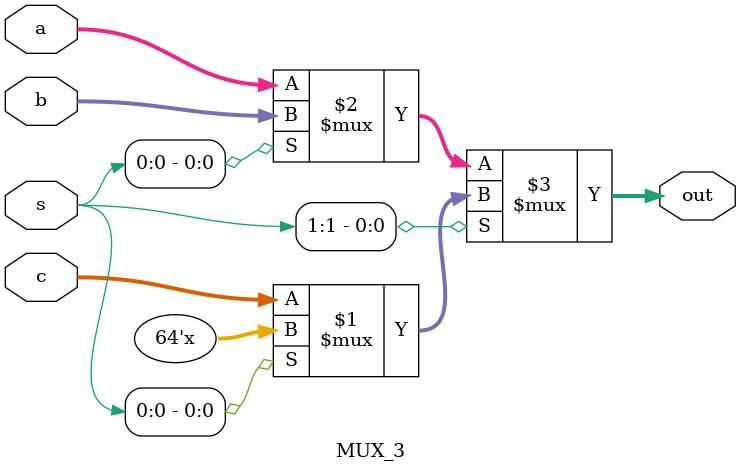
<source format=v>
module MUX_3(
    input [63:0] a,
    input [63:0] b,
    input [63:0] c,
    input [1:0] s,
    output [63:0] out
);
assign out = s[1]?(s[0]?64'bx:c):(s[0]?b:a);

endmodule
</source>
